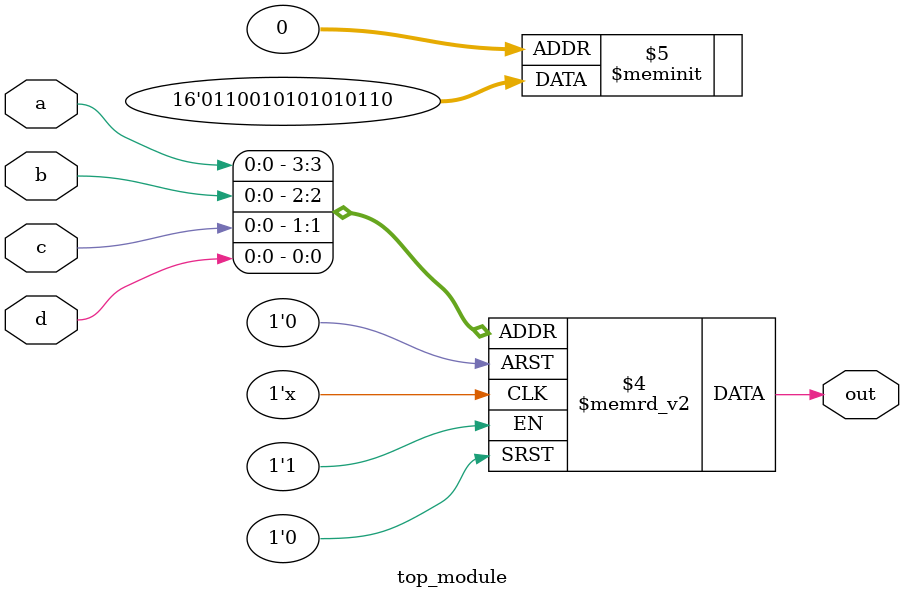
<source format=sv>
module top_module (
	input a, 
	input b,
	input c,
	input d,
	output reg out
);

always @(a or b or c or d)
  begin
    case ({a,b,c,d})
      4'b0000: out = 1'b0;
      4'b0001: out = 1'b1;
      4'b0011: out = 1'b0;
      4'b0111: out = 1'b0;
      4'b0010: out = 1'b1;
      4'b0110: out = 1'b1;
      4'b1001: out = 1'b0;
      4'b1000: out = 1'b1;
      4'b1011: out = 1'b0;
      4'b1010: out = 1'b1;
      4'b1111: out = 1'b0;
      4'b1110: out = 1'b1;
      4'b1100: out = 1'b0;
      4'b1101: out = 1'b1;
      4'b0101: out = 1'b0;
      4'b0100: out = 1'b1;
      default: out = 1'b0;
    endcase
  end
  
endmodule

</source>
